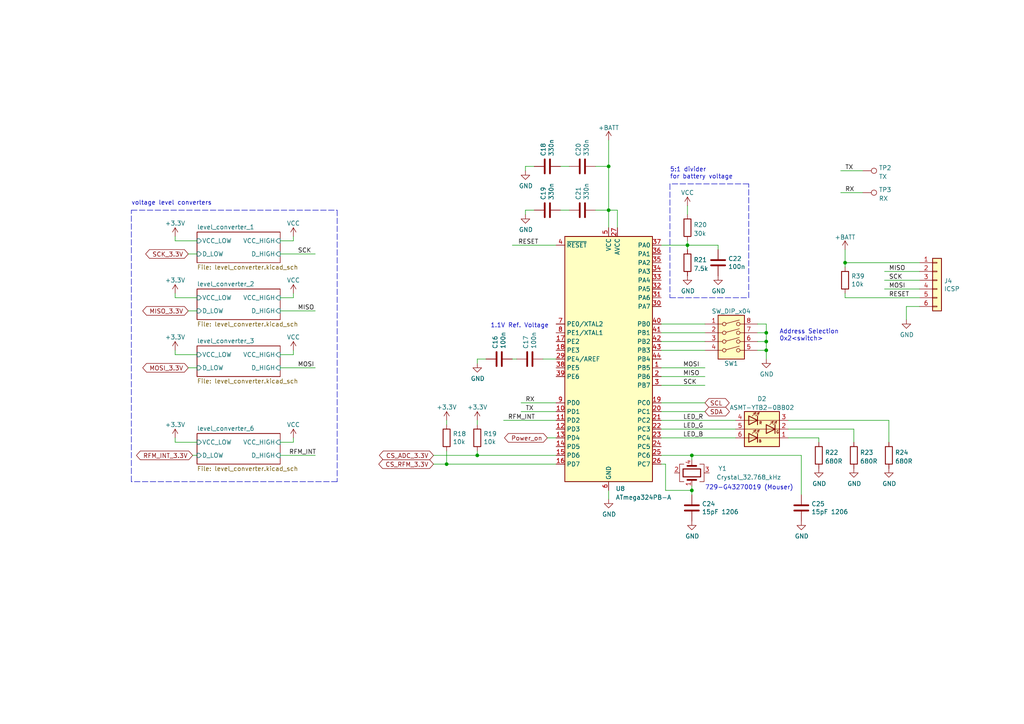
<source format=kicad_sch>
(kicad_sch (version 20211123) (generator eeschema)
  (paper "A4")
  (lib_symbols
    (symbol "Connector:TestPoint" (pin_numbers hide) (pin_names (offset 0.762) hide)
      (property "Reference" "TP" (at 0 6.858 0))
      (property "Value" "TestPoint" (at 0 5.08 0))
      (symbol "TestPoint_0_1"
        (circle (center 0 3.302) (radius 0.762))
      )
      (symbol "TestPoint_1_1"
        (pin passive line (at 0 0 90) (length 2.54) (name "1") (number "1"))
      )
    )
    (symbol "Connector_Generic:Conn_01x06" (pin_names (offset 1.016) hide)
      (property "Reference" "J" (at 0 7.62 0))
      (property "Value" "Conn_01x06" (at 0 -10.16 0))
      (symbol "Conn_01x06_1_1"
        (rectangle (start -1.27 -7.493) (end 0 -7.747) (stroke (width 0.1524)))
        (rectangle (start -1.27 -4.953) (end 0 -5.207) (stroke (width 0.1524)))
        (rectangle (start -1.27 -2.413) (end 0 -2.667) (stroke (width 0.1524)))
        (rectangle (start -1.27 0.127) (end 0 -0.127) (stroke (width 0.1524)))
        (rectangle (start -1.27 2.667) (end 0 2.413) (stroke (width 0.1524)))
        (rectangle (start -1.27 5.207) (end 0 4.953) (stroke (width 0.1524)))
        (rectangle (start -1.27 6.35) (end 1.27 -8.89) (stroke (width 0.254)) (fill (type background)))
        (pin passive line (at -5.08 5.08 0) (length 3.81) (name "Pin_1") (number "1"))
        (pin passive line (at -5.08 2.54 0) (length 3.81) (name "Pin_2") (number "2"))
        (pin passive line (at -5.08 0 0) (length 3.81) (name "Pin_3") (number "3"))
        (pin passive line (at -5.08 -2.54 0) (length 3.81) (name "Pin_4") (number "4"))
        (pin passive line (at -5.08 -5.08 0) (length 3.81) (name "Pin_5") (number "5"))
        (pin passive line (at -5.08 -7.62 0) (length 3.81) (name "Pin_6") (number "6"))
      )
    )
    (symbol "Device:C" (pin_numbers hide) (pin_names (offset 0.254))
      (property "Reference" "C" (at 0.635 2.54 0))
      (property "Value" "C" (at 0.635 -2.54 0))
      (symbol "C_0_1"
        (polyline (pts (xy -2.032 -0.762) (xy 2.032 -0.762)) (stroke (width 0.508)))
        (polyline (pts (xy -2.032 0.762) (xy 2.032 0.762)) (stroke (width 0.508)))
      )
      (symbol "C_1_1"
        (pin passive line (at 0 3.81 270) (length 2.794) (name "~") (number "1"))
        (pin passive line (at 0 -3.81 90) (length 2.794) (name "~") (number "2"))
      )
    )
    (symbol "Device:Crystal_GND23" (pin_names (offset 1.016) hide)
      (property "Reference" "Y" (at 3.175 5.08 0))
      (property "Value" "Crystal_GND23" (at 3.175 3.175 0))
      (symbol "Crystal_GND23_0_1"
        (rectangle (start -1.143 2.54) (end 1.143 -2.54) (stroke (width 0.3048)))
        (polyline (pts (xy -2.54 0) (xy -2.032 0)))
        (polyline (pts (xy -2.032 -1.27) (xy -2.032 1.27)) (stroke (width 0.508)))
        (polyline (pts (xy 0 -3.81) (xy 0 -3.556)))
        (polyline (pts (xy 0 3.556) (xy 0 3.81)))
        (polyline (pts (xy 2.032 -1.27) (xy 2.032 1.27)) (stroke (width 0.508)))
        (polyline (pts (xy 2.032 0) (xy 2.54 0)))
        (polyline (pts (xy -2.54 -2.286) (xy -2.54 -3.556) (xy 2.54 -3.556) (xy 2.54 -2.286)))
        (polyline (pts (xy -2.54 2.286) (xy -2.54 3.556) (xy 2.54 3.556) (xy 2.54 2.286)))
      )
      (symbol "Crystal_GND23_1_1"
        (pin passive line (at -3.81 0 0) (length 1.27) (name "1") (number "1"))
        (pin passive line (at 0 5.08 270) (length 1.27) (name "2") (number "2"))
        (pin passive line (at 0 -5.08 90) (length 1.27) (name "3") (number "3"))
        (pin passive line (at 3.81 0 180) (length 1.27) (name "4") (number "4"))
      )
    )
    (symbol "Device:R" (pin_numbers hide) (pin_names (offset 0))
      (property "Reference" "R" (at 2.032 0 90))
      (property "Value" "R" (at 0 0 90))
      (symbol "R_0_1"
        (rectangle (start -1.016 -2.54) (end 1.016 2.54) (stroke (width 0.254)))
      )
      (symbol "R_1_1"
        (pin passive line (at 0 3.81 270) (length 1.27) (name "~") (number "1"))
        (pin passive line (at 0 -3.81 90) (length 1.27) (name "~") (number "2"))
      )
    )
    (symbol "LED:ASMT-YTB7-0AA02" (pin_names hide)
      (property "Reference" "D" (at -5.08 6.35 0))
      (property "Value" "ASMT-YTB7-0AA02" (at -5.08 -6.35 0))
      (symbol "ASMT-YTB7-0AA02_0_0"
        (text "B" (at -0.508 -3.4544 0) (effects (font (size 0.762 0.762))))
        (text "G" (at 4.5466 -0.8382 0) (effects (font (size 0.762 0.762))))
        (text "R" (at -0.381 1.8034 0) (effects (font (size 0.762 0.762))))
      )
      (symbol "ASMT-YTB7-0AA02_0_1"
        (rectangle (start -5.08 5.08) (end 5.08 -5.08) (stroke (width 0.254)) (fill (type background)))
        (polyline (pts (xy -5.08 -2.54) (xy 5.08 -2.54)))
        (polyline (pts (xy -5.08 0) (xy 5.08 0)))
        (polyline (pts (xy -5.08 2.54) (xy 5.08 2.54)))
        (polyline (pts (xy -2.794 -1.27) (xy -1.778 -0.254)))
        (polyline (pts (xy -2.794 3.81) (xy -1.778 4.826)))
        (polyline (pts (xy -1.778 -1.27) (xy -0.762 -0.254)))
        (polyline (pts (xy -1.778 3.81) (xy -0.762 4.826)))
        (polyline (pts (xy -1.27 -1.27) (xy -1.27 -3.81)) (stroke (width 0.254)))
        (polyline (pts (xy -1.27 3.81) (xy -1.27 1.27)) (stroke (width 0.254)))
        (polyline (pts (xy 2.286 1.27) (xy 3.302 2.286)))
        (polyline (pts (xy 3.302 1.27) (xy 4.318 2.286)))
        (polyline (pts (xy 3.81 1.27) (xy 3.81 -1.27)) (stroke (width 0.254)))
        (polyline (pts (xy -2.54 4.572) (xy -1.778 4.826) (xy -2.032 4.064)))
        (polyline (pts (xy -2.032 -1.016) (xy -1.778 -0.254) (xy -2.54 -0.508)))
        (polyline (pts (xy -1.524 -0.508) (xy -0.762 -0.254) (xy -1.016 -1.016)))
        (polyline (pts (xy -1.524 4.572) (xy -0.762 4.826) (xy -1.016 4.064)))
        (polyline (pts (xy 3.048 1.524) (xy 3.302 2.286) (xy 2.54 2.032)))
        (polyline (pts (xy 3.556 2.032) (xy 4.318 2.286) (xy 4.064 1.524)))
        (polyline (pts (xy -3.81 -1.27) (xy -3.81 -3.81) (xy -1.27 -2.54) (xy -3.81 -1.27)) (stroke (width 0.254)))
        (polyline (pts (xy -3.81 3.81) (xy -3.81 1.27) (xy -1.27 2.54) (xy -3.81 3.81)) (stroke (width 0.254)))
        (polyline (pts (xy 1.27 1.27) (xy 1.27 -1.27) (xy 3.81 0) (xy 1.27 1.27)) (stroke (width 0.254)))
      )
      (symbol "ASMT-YTB7-0AA02_1_1"
        (pin passive line (at 7.62 -2.54 180) (length 2.54) (name "KB") (number "1"))
        (pin passive line (at 7.62 0 180) (length 2.54) (name "KG") (number "2"))
        (pin passive line (at 7.62 2.54 180) (length 2.54) (name "KR") (number "3"))
        (pin passive line (at -7.62 2.54 0) (length 2.54) (name "AR") (number "4"))
        (pin passive line (at -7.62 0 0) (length 2.54) (name "AG") (number "5"))
        (pin passive line (at -7.62 -2.54 0) (length 2.54) (name "AB") (number "6"))
      )
    )
    (symbol "MCU_Microchip_ATmega:ATmega324PB-A"
      (property "Reference" "U" (at -12.7 36.83 0))
      (property "Value" "ATmega324PB-A" (at 2.54 -36.83 0))
      (symbol "ATmega324PB-A_0_1"
        (rectangle (start -12.7 -35.56) (end 12.7 35.56) (stroke (width 0.254)) (fill (type background)))
      )
      (symbol "ATmega324PB-A_1_1"
        (pin bidirectional line (at 15.24 -2.54 180) (length 2.54) (name "PB5") (number "1"))
        (pin bidirectional line (at -15.24 -15.24 0) (length 2.54) (name "PD1") (number "10"))
        (pin bidirectional line (at -15.24 -17.78 0) (length 2.54) (name "PD2") (number "11"))
        (pin bidirectional line (at -15.24 -20.32 0) (length 2.54) (name "PD3") (number "12"))
        (pin bidirectional line (at -15.24 -22.86 0) (length 2.54) (name "PD4") (number "13"))
        (pin bidirectional line (at -15.24 -25.4 0) (length 2.54) (name "PD5") (number "14"))
        (pin bidirectional line (at -15.24 -27.94 0) (length 2.54) (name "PD6") (number "15"))
        (pin bidirectional line (at -15.24 -30.48 0) (length 2.54) (name "PD7") (number "16"))
        (pin bidirectional line (at -15.24 5.08 0) (length 2.54) (name "PE2") (number "17"))
        (pin bidirectional line (at -15.24 2.54 0) (length 2.54) (name "PE3") (number "18"))
        (pin bidirectional line (at 15.24 -12.7 180) (length 2.54) (name "PC0") (number "19"))
        (pin bidirectional line (at 15.24 -5.08 180) (length 2.54) (name "PB6") (number "2"))
        (pin bidirectional line (at 15.24 -15.24 180) (length 2.54) (name "PC1") (number "20"))
        (pin bidirectional line (at 15.24 -17.78 180) (length 2.54) (name "PC2") (number "21"))
        (pin bidirectional line (at 15.24 -20.32 180) (length 2.54) (name "PC3") (number "22"))
        (pin bidirectional line (at 15.24 -22.86 180) (length 2.54) (name "PC4") (number "23"))
        (pin bidirectional line (at 15.24 -25.4 180) (length 2.54) (name "PC5") (number "24"))
        (pin bidirectional line (at 15.24 -27.94 180) (length 2.54) (name "PC6") (number "25"))
        (pin bidirectional line (at 15.24 -30.48 180) (length 2.54) (name "PC7") (number "26"))
        (pin power_in line (at 2.54 38.1 270) (length 2.54) (name "AVCC") (number "27"))
        (pin passive line (at 0 -38.1 90) (length 2.54) hide (name "GND") (number "28"))
        (pin bidirectional line (at -15.24 0 0) (length 2.54) (name "PE4/AREF") (number "29"))
        (pin bidirectional line (at 15.24 -7.62 180) (length 2.54) (name "PB7") (number "3"))
        (pin bidirectional line (at 15.24 15.24 180) (length 2.54) (name "PA7") (number "30"))
        (pin bidirectional line (at 15.24 17.78 180) (length 2.54) (name "PA6") (number "31"))
        (pin bidirectional line (at 15.24 20.32 180) (length 2.54) (name "PA5") (number "32"))
        (pin bidirectional line (at 15.24 22.86 180) (length 2.54) (name "PA4") (number "33"))
        (pin bidirectional line (at 15.24 25.4 180) (length 2.54) (name "PA3") (number "34"))
        (pin bidirectional line (at 15.24 27.94 180) (length 2.54) (name "PA2") (number "35"))
        (pin bidirectional line (at 15.24 30.48 180) (length 2.54) (name "PA1") (number "36"))
        (pin bidirectional line (at 15.24 33.02 180) (length 2.54) (name "PA0") (number "37"))
        (pin bidirectional line (at -15.24 -2.54 0) (length 2.54) (name "PE5") (number "38"))
        (pin bidirectional line (at -15.24 -5.08 0) (length 2.54) (name "PE6") (number "39"))
        (pin input line (at -15.24 33.02 0) (length 2.54) (name "~{RESET}") (number "4"))
        (pin bidirectional line (at 15.24 10.16 180) (length 2.54) (name "PB0") (number "40"))
        (pin bidirectional line (at 15.24 7.62 180) (length 2.54) (name "PB1") (number "41"))
        (pin bidirectional line (at 15.24 5.08 180) (length 2.54) (name "PB2") (number "42"))
        (pin bidirectional line (at 15.24 2.54 180) (length 2.54) (name "PB3") (number "43"))
        (pin bidirectional line (at 15.24 0 180) (length 2.54) (name "PB4") (number "44"))
        (pin power_in line (at 0 38.1 270) (length 2.54) (name "VCC") (number "5"))
        (pin power_in line (at 0 -38.1 90) (length 2.54) (name "GND") (number "6"))
        (pin bidirectional line (at -15.24 10.16 0) (length 2.54) (name "PE0/XTAL2") (number "7"))
        (pin bidirectional line (at -15.24 7.62 0) (length 2.54) (name "PE1/XTAL1") (number "8"))
        (pin bidirectional line (at -15.24 -12.7 0) (length 2.54) (name "PD0") (number "9"))
      )
    )
    (symbol "Switch:SW_DIP_x04" (pin_names (offset 0) hide)
      (property "Reference" "SW" (at 0 8.89 0))
      (property "Value" "SW_DIP_x04" (at 0 -6.35 0))
      (symbol "SW_DIP_x04_0_0"
        (circle (center -2.032 -2.54) (radius 0.508))
        (circle (center -2.032 0) (radius 0.508))
        (circle (center -2.032 2.54) (radius 0.508))
        (circle (center -2.032 5.08) (radius 0.508))
        (polyline (pts (xy -1.524 -2.3876) (xy 2.3622 -1.3462)))
        (polyline (pts (xy -1.524 0.127) (xy 2.3622 1.1684)))
        (polyline (pts (xy -1.524 2.667) (xy 2.3622 3.7084)))
        (polyline (pts (xy -1.524 5.207) (xy 2.3622 6.2484)))
        (circle (center 2.032 -2.54) (radius 0.508))
        (circle (center 2.032 0) (radius 0.508))
        (circle (center 2.032 2.54) (radius 0.508))
        (circle (center 2.032 5.08) (radius 0.508))
      )
      (symbol "SW_DIP_x04_0_1"
        (rectangle (start -3.81 7.62) (end 3.81 -5.08) (stroke (width 0.254)) (fill (type background)))
      )
      (symbol "SW_DIP_x04_1_1"
        (pin passive line (at -7.62 5.08 0) (length 5.08) (name "~") (number "1"))
        (pin passive line (at -7.62 2.54 0) (length 5.08) (name "~") (number "2"))
        (pin passive line (at -7.62 0 0) (length 5.08) (name "~") (number "3"))
        (pin passive line (at -7.62 -2.54 0) (length 5.08) (name "~") (number "4"))
        (pin passive line (at 7.62 -2.54 180) (length 5.08) (name "~") (number "5"))
        (pin passive line (at 7.62 0 180) (length 5.08) (name "~") (number "6"))
        (pin passive line (at 7.62 2.54 180) (length 5.08) (name "~") (number "7"))
        (pin passive line (at 7.62 5.08 180) (length 5.08) (name "~") (number "8"))
      )
    )
    (symbol "power:+3.3V" (power) (pin_names (offset 0))
      (property "Value" "+3.3V" (at 0 3.556 0))
      (symbol "+3.3V_0_1"
        (polyline (pts (xy -0.762 1.27) (xy 0 2.54)))
        (polyline (pts (xy 0 0) (xy 0 2.54)))
        (polyline (pts (xy 0 2.54) (xy 0.762 1.27)))
      )
      (symbol "+3.3V_1_1"
        (pin power_in line (at 0 0 90) (length 0) hide (name "+3.3V") (number "1"))
      )
    )
    (symbol "power:+BATT" (power) (pin_names (offset 0))
      (property "Value" "+BATT" (at 0 3.556 0))
      (symbol "+BATT_0_1"
        (polyline (pts (xy -0.762 1.27) (xy 0 2.54)))
        (polyline (pts (xy 0 0) (xy 0 2.54)))
        (polyline (pts (xy 0 2.54) (xy 0.762 1.27)))
      )
      (symbol "+BATT_1_1"
        (pin power_in line (at 0 0 90) (length 0) hide (name "+BATT") (number "1"))
      )
    )
    (symbol "power:GND" (power) (pin_names (offset 0))
      (property "Value" "GND" (at 0 -3.81 0))
      (symbol "GND_0_1"
        (polyline (pts (xy 0 0) (xy 0 -1.27) (xy 1.27 -1.27) (xy 0 -2.54) (xy -1.27 -1.27) (xy 0 -1.27)))
      )
      (symbol "GND_1_1"
        (pin power_in line (at 0 0 270) (length 0) hide (name "GND") (number "1"))
      )
    )
    (symbol "power:VCC" (power) (pin_names (offset 0))
      (property "Value" "VCC" (at 0 3.81 0))
      (symbol "VCC_0_1"
        (polyline (pts (xy -0.762 1.27) (xy 0 2.54)))
        (polyline (pts (xy 0 0) (xy 0 2.54)))
        (polyline (pts (xy 0 2.54) (xy 0.762 1.27)))
      )
      (symbol "VCC_1_1"
        (pin power_in line (at 0 0 90) (length 0) hide (name "VCC") (number "1"))
      )
    )
  )
  (junction (at 222.25 96.52))
  (junction (at 199.39 71.12))
  (junction (at 222.25 101.6))
  (junction (at 200.66 142.24))
  (junction (at 138.43 132.08))
  (junction (at 245.11 76.2))
  (junction (at 176.53 60.96))
  (junction (at 176.53 48.26))
  (junction (at 200.66 132.08))
  (junction (at 222.25 99.06))
  (junction (at 129.54 134.62))
  (wire (pts (xy 125.73 132.08) (xy 138.43 132.08)))
  (polyline (pts (xy 194.31 86.36) (xy 217.17 86.36)))
  (wire (pts (xy 191.77 119.38) (xy 204.47 119.38)))
  (wire (pts (xy 222.25 96.52) (xy 222.25 99.06)))
  (wire (pts (xy 172.72 60.96) (xy 176.53 60.96)))
  (wire (pts (xy 172.72 48.26) (xy 176.53 48.26)))
  (wire (pts (xy 81.28 69.85) (xy 85.09 69.85)))
  (wire (pts (xy 148.59 104.14) (xy 149.86 104.14)))
  (wire (pts (xy 256.54 81.28) (xy 266.7 81.28)))
  (wire (pts (xy 152.4 62.23) (xy 152.4 60.96)))
  (wire (pts (xy 81.28 128.27) (xy 85.09 128.27)))
  (wire (pts (xy 81.28 132.08) (xy 91.44 132.08)))
  (wire (pts (xy 243.84 49.53) (xy 250.19 49.53)))
  (wire (pts (xy 81.28 102.87) (xy 85.09 102.87)))
  (wire (pts (xy 219.71 101.6) (xy 222.25 101.6)))
  (wire (pts (xy 191.77 71.12) (xy 199.39 71.12)))
  (wire (pts (xy 204.47 106.68) (xy 191.77 106.68)))
  (wire (pts (xy 199.39 71.12) (xy 199.39 72.39)))
  (wire (pts (xy 191.77 99.06) (xy 204.47 99.06)))
  (wire (pts (xy 176.53 40.64) (xy 176.53 48.26)))
  (polyline (pts (xy 38.1 139.7) (xy 38.1 60.96)))
  (wire (pts (xy 151.13 119.38) (xy 161.29 119.38)))
  (wire (pts (xy 228.6 124.46) (xy 247.65 124.46)))
  (wire (pts (xy 266.7 88.9) (xy 262.89 88.9)))
  (wire (pts (xy 245.11 77.47) (xy 245.11 76.2)))
  (wire (pts (xy 85.09 69.85) (xy 85.09 68.58)))
  (wire (pts (xy 138.43 105.41) (xy 138.43 104.14)))
  (wire (pts (xy 152.4 48.26) (xy 154.94 48.26)))
  (wire (pts (xy 176.53 48.26) (xy 176.53 60.96)))
  (wire (pts (xy 222.25 101.6) (xy 222.25 104.14)))
  (wire (pts (xy 193.04 134.62) (xy 193.04 142.24)))
  (wire (pts (xy 262.89 88.9) (xy 262.89 92.71)))
  (wire (pts (xy 222.25 99.06) (xy 222.25 101.6)))
  (polyline (pts (xy 194.31 53.34) (xy 194.31 86.36)))
  (wire (pts (xy 138.43 121.92) (xy 138.43 123.19)))
  (wire (pts (xy 191.77 134.62) (xy 193.04 134.62)))
  (wire (pts (xy 200.66 133.35) (xy 200.66 132.08)))
  (wire (pts (xy 191.77 127) (xy 213.36 127)))
  (wire (pts (xy 191.77 109.22) (xy 204.47 109.22)))
  (wire (pts (xy 208.28 71.12) (xy 208.28 72.39)))
  (wire (pts (xy 179.07 66.04) (xy 179.07 60.96)))
  (wire (pts (xy 157.48 104.14) (xy 161.29 104.14)))
  (wire (pts (xy 161.29 71.12) (xy 148.59 71.12)))
  (wire (pts (xy 129.54 134.62) (xy 161.29 134.62)))
  (wire (pts (xy 158.75 127) (xy 161.29 127)))
  (wire (pts (xy 138.43 130.81) (xy 138.43 132.08)))
  (wire (pts (xy 200.66 142.24) (xy 200.66 140.97)))
  (wire (pts (xy 191.77 101.6) (xy 204.47 101.6)))
  (wire (pts (xy 245.11 76.2) (xy 266.7 76.2)))
  (wire (pts (xy 176.53 60.96) (xy 179.07 60.96)))
  (wire (pts (xy 54.61 106.68) (xy 57.15 106.68)))
  (wire (pts (xy 200.66 132.08) (xy 191.77 132.08)))
  (wire (pts (xy 85.09 86.36) (xy 85.09 85.09)))
  (wire (pts (xy 176.53 60.96) (xy 176.53 66.04)))
  (wire (pts (xy 162.56 60.96) (xy 165.1 60.96)))
  (wire (pts (xy 191.77 93.98) (xy 204.47 93.98)))
  (wire (pts (xy 55.88 132.08) (xy 57.15 132.08)))
  (wire (pts (xy 138.43 104.14) (xy 140.97 104.14)))
  (wire (pts (xy 50.8 102.87) (xy 50.8 101.6)))
  (wire (pts (xy 256.54 78.74) (xy 266.7 78.74)))
  (wire (pts (xy 191.77 116.84) (xy 204.47 116.84)))
  (wire (pts (xy 247.65 124.46) (xy 247.65 128.27)))
  (wire (pts (xy 228.6 121.92) (xy 257.81 121.92)))
  (wire (pts (xy 219.71 93.98) (xy 222.25 93.98)))
  (wire (pts (xy 191.77 121.92) (xy 213.36 121.92)))
  (wire (pts (xy 152.4 60.96) (xy 154.94 60.96)))
  (wire (pts (xy 176.53 142.24) (xy 176.53 144.78)))
  (wire (pts (xy 162.56 48.26) (xy 165.1 48.26)))
  (wire (pts (xy 219.71 96.52) (xy 222.25 96.52)))
  (wire (pts (xy 193.04 142.24) (xy 200.66 142.24)))
  (wire (pts (xy 191.77 124.46) (xy 213.36 124.46)))
  (polyline (pts (xy 97.79 139.7) (xy 38.1 139.7)))
  (wire (pts (xy 257.81 121.92) (xy 257.81 128.27)))
  (wire (pts (xy 138.43 132.08) (xy 161.29 132.08)))
  (wire (pts (xy 199.39 71.12) (xy 208.28 71.12)))
  (wire (pts (xy 243.84 55.88) (xy 250.19 55.88)))
  (wire (pts (xy 204.47 111.76) (xy 191.77 111.76)))
  (wire (pts (xy 81.28 86.36) (xy 85.09 86.36)))
  (wire (pts (xy 228.6 127) (xy 237.49 127)))
  (wire (pts (xy 191.77 96.52) (xy 204.47 96.52)))
  (polyline (pts (xy 217.17 86.36) (xy 217.17 53.34)))
  (wire (pts (xy 256.54 83.82) (xy 266.7 83.82)))
  (wire (pts (xy 50.8 128.27) (xy 50.8 127)))
  (wire (pts (xy 219.71 99.06) (xy 222.25 99.06)))
  (wire (pts (xy 57.15 128.27) (xy 50.8 128.27)))
  (wire (pts (xy 85.09 128.27) (xy 85.09 127)))
  (wire (pts (xy 54.61 73.66) (xy 57.15 73.66)))
  (wire (pts (xy 245.11 85.09) (xy 245.11 86.36)))
  (wire (pts (xy 152.4 49.53) (xy 152.4 48.26)))
  (polyline (pts (xy 97.79 60.96) (xy 97.79 139.7)))
  (wire (pts (xy 245.11 86.36) (xy 266.7 86.36)))
  (wire (pts (xy 200.66 142.24) (xy 200.66 143.51)))
  (polyline (pts (xy 217.17 53.34) (xy 194.31 53.34)))
  (wire (pts (xy 222.25 93.98) (xy 222.25 96.52)))
  (wire (pts (xy 199.39 59.69) (xy 199.39 62.23)))
  (wire (pts (xy 237.49 127) (xy 237.49 128.27)))
  (wire (pts (xy 54.61 90.17) (xy 57.15 90.17)))
  (wire (pts (xy 81.28 90.17) (xy 91.44 90.17)))
  (wire (pts (xy 129.54 130.81) (xy 129.54 134.62)))
  (wire (pts (xy 232.41 132.08) (xy 232.41 143.51)))
  (wire (pts (xy 57.15 102.87) (xy 50.8 102.87)))
  (wire (pts (xy 199.39 69.85) (xy 199.39 71.12)))
  (wire (pts (xy 50.8 86.36) (xy 50.8 85.09)))
  (wire (pts (xy 129.54 121.92) (xy 129.54 123.19)))
  (wire (pts (xy 57.15 69.85) (xy 50.8 69.85)))
  (wire (pts (xy 151.13 116.84) (xy 161.29 116.84)))
  (wire (pts (xy 200.66 132.08) (xy 232.41 132.08)))
  (wire (pts (xy 125.73 134.62) (xy 129.54 134.62)))
  (wire (pts (xy 81.28 106.68) (xy 91.44 106.68)))
  (wire (pts (xy 50.8 69.85) (xy 50.8 68.58)))
  (wire (pts (xy 85.09 102.87) (xy 85.09 101.6)))
  (wire (pts (xy 245.11 72.39) (xy 245.11 76.2)))
  (wire (pts (xy 146.05 121.92) (xy 161.29 121.92)))
  (wire (pts (xy 57.15 86.36) (xy 50.8 86.36)))
  (wire (pts (xy 81.28 73.66) (xy 91.44 73.66)))
  (polyline (pts (xy 38.1 60.96) (xy 97.79 60.96)))
  (text "voltage level converters" (at 38.1 59.69 0) (effects (font (size 1.27 1.27)) (justify left bottom)))
  (text "5:1 divider\nfor battery voltage" (at 194.31 52.07 0) (effects (font (size 1.27 1.27)) (justify left bottom)))
  (text "Address Selection\n0x2<switch>" (at 226.06 99.06 0) (effects (font (size 1.27 1.27)) (justify left bottom)))
  (text "1.1V Ref. Voltage" (at 142.24 95.25 0) (effects (font (size 1.27 1.27)) (justify left bottom)))
  (text "729-G43270019 (Mouser)" (at 204.47 142.24 0) (effects (font (size 1.27 1.27)) (justify left bottom)))
  (label "MISO" (at 257.81 78.74 0))
  (label "MOSI" (at 257.81 83.82 0))
  (label "SCK" (at 257.81 81.28 0))
  (label "RFM_INT" (at 147.32 121.92 0))
  (label "LED_B" (at 198.12 127 0))
  (label "MOSI" (at 198.12 106.68 0))
  (label "RESET" (at 257.81 86.36 0))
  (label "SCK" (at 86.36 73.66 0))
  (label "MISO" (at 86.36 90.17 0))
  (label "RFM_INT" (at 83.82 132.08 0))
  (label "MISO" (at 198.12 109.22 0))
  (label "RESET" (at 156.21 71.12 180))
  (label "RX" (at 245.11 55.88 0))
  (label "LED_R" (at 198.12 121.92 0))
  (label "SCK" (at 198.12 111.76 0))
  (label "TX" (at 152.4 119.38 0))
  (label "TX" (at 245.11 49.53 0))
  (label "MOSI" (at 86.36 106.68 0))
  (label "LED_G" (at 198.12 124.46 0))
  (label "RX" (at 152.4 116.84 0))
  (global_label "Power_on" (shape bidirectional) (at 158.75 127 180) (property "Intersheet References" "${INTERSHEET_REFS}" (effects hide)))
  (global_label "SCK_3.3V" (shape bidirectional) (at 54.61 73.66 180) (property "Intersheet References" "${INTERSHEET_REFS}" (effects hide)))
  (global_label "MISO_3.3V" (shape bidirectional) (at 54.61 90.17 180) (property "Intersheet References" "${INTERSHEET_REFS}" (effects hide)))
  (global_label "MOSI_3.3V" (shape bidirectional) (at 54.61 106.68 180) (property "Intersheet References" "${INTERSHEET_REFS}" (effects hide)))
  (global_label "SDA" (shape bidirectional) (at 204.47 119.38 0) (property "Intersheet References" "${INTERSHEET_REFS}" (effects hide)))
  (global_label "RFM_INT_3.3V" (shape bidirectional) (at 55.88 132.08 180) (property "Intersheet References" "${INTERSHEET_REFS}" (effects hide)))
  (global_label "CS_ADC_3.3V" (shape bidirectional) (at 125.73 132.08 180) (property "Intersheet References" "${INTERSHEET_REFS}" (effects hide)))
  (global_label "CS_RFM_3.3V" (shape bidirectional) (at 125.73 134.62 180) (property "Intersheet References" "${INTERSHEET_REFS}" (effects hide)))
  (global_label "SCL" (shape bidirectional) (at 204.47 116.84 0) (property "Intersheet References" "${INTERSHEET_REFS}" (effects hide)))
  (symbol (lib_id "Device:R") (at 247.65 132.08 0) (unit 1)
    (property "Reference" "R23" (at 249.428 131.2453 0) (effects (justify left)))
    (property "Value" "680R" (at 249.428 133.7822 0) (effects (justify left)))
    (property "Footprint" "Resistor_SMD:R_0805_2012Metric_Pad1.20x1.40mm_HandSolder" (effects hide))
  )
  (symbol (lib_id "power:VCC") (at 85.09 68.58 0) (unit 1)
    (property "Reference" "#PWR056" (effects hide))
    (property "Value" "VCC" (at 85.09 64.77 0))
  )
  (symbol (lib_id "Device:C") (at 144.78 104.14 90) (unit 1)
    (property "Reference" "C16" (at 143.6116 101.219 0) (effects (justify left)))
    (property "Value" "100n" (at 145.923 101.219 0) (effects (justify left)))
    (property "Footprint" "Capacitor_SMD:C_0805_2012Metric_Pad1.18x1.45mm_HandSolder" (effects hide))
  )
  (symbol (lib_id "Connector:TestPoint") (at 250.19 55.88 270) (unit 1)
    (property "Reference" "TP3" (at 254.889 55.0453 90) (effects (justify left)))
    (property "Value" "RX" (at 254.889 57.5822 90) (effects (justify left)))
    (property "Footprint" "TestPoint:TestPoint_Pad_1.5x1.5mm" (effects hide))
  )
  (symbol (lib_id "Device:C") (at 158.75 48.26 90) (unit 1)
    (property "Reference" "C18" (at 157.5816 45.339 0) (effects (justify left)))
    (property "Value" "330n" (at 159.893 45.339 0) (effects (justify left)))
    (property "Footprint" "Capacitor_SMD:C_0805_2012Metric_Pad1.18x1.45mm_HandSolder" (effects hide))
  )
  (symbol (lib_id "Device:R") (at 257.81 132.08 0) (unit 1)
    (property "Reference" "R24" (at 259.588 131.2453 0) (effects (justify left)))
    (property "Value" "680R" (at 259.588 133.7822 0) (effects (justify left)))
    (property "Footprint" "Resistor_SMD:R_0805_2012Metric_Pad1.20x1.40mm_HandSolder" (effects hide))
  )
  (symbol (lib_id "Device:C") (at 168.91 60.96 90) (unit 1)
    (property "Reference" "C21" (at 167.7416 58.039 0) (effects (justify left)))
    (property "Value" "330n" (at 170.053 58.039 0) (effects (justify left)))
    (property "Footprint" "Capacitor_SMD:C_0805_2012Metric_Pad1.18x1.45mm_HandSolder" (effects hide))
  )
  (symbol (lib_id "Device:R") (at 199.39 66.04 0) (unit 1)
    (property "Reference" "R20" (at 201.168 65.2053 0) (effects (justify left)))
    (property "Value" "30k" (at 201.168 67.7422 0) (effects (justify left)))
    (property "Footprint" "Resistor_SMD:R_0805_2012Metric_Pad1.20x1.40mm_HandSolder" (effects hide))
  )
  (symbol (lib_id "power:GND") (at 176.53 144.78 0) (unit 1)
    (property "Reference" "#PWR066" (effects hide))
    (property "Value" "GND" (at 176.657 149.1742 0))
  )
  (symbol (lib_id "power:+3.3V") (at 50.8 127 0) (unit 1)
    (property "Reference" "#PWR055" (effects hide))
    (property "Value" "+3.3V" (at 50.8 123.19 0))
  )
  (symbol (lib_id "Device:R") (at 245.11 81.28 0) (unit 1)
    (property "Reference" "R39" (at 246.888 80.1116 0) (effects (justify left)))
    (property "Value" "10k" (at 246.888 82.423 0) (effects (justify left)))
    (property "Footprint" "Resistor_SMD:R_0805_2012Metric_Pad1.20x1.40mm_HandSolder" (effects hide))
  )
  (symbol (lib_id "power:+3.3V") (at 129.54 121.92 0) (unit 1)
    (property "Reference" "#PWR060" (effects hide))
    (property "Value" "+3.3V" (at 129.54 118.11 0))
  )
  (symbol (lib_id "power:GND") (at 152.4 62.23 0) (unit 1)
    (property "Reference" "#PWR064" (effects hide))
    (property "Value" "GND" (at 152.527 66.6242 0))
  )
  (symbol (lib_id "Device:C") (at 158.75 60.96 90) (unit 1)
    (property "Reference" "C19" (at 157.5816 58.039 0) (effects (justify left)))
    (property "Value" "330n" (at 159.893 58.039 0) (effects (justify left)))
    (property "Footprint" "Capacitor_SMD:C_0805_2012Metric_Pad1.18x1.45mm_HandSolder" (effects hide))
  )
  (symbol (lib_id "power:VCC") (at 199.39 59.69 0) (unit 1)
    (property "Reference" "#PWR067" (effects hide))
    (property "Value" "VCC" (at 199.39 55.88 0))
  )
  (symbol (lib_id "power:GND") (at 200.66 151.13 0) (unit 1)
    (property "Reference" "#PWR03" (effects hide))
    (property "Value" "GND" (at 200.787 155.5242 0))
  )
  (symbol (lib_id "LED:ASMT-YTB7-0AA02") (at 220.98 124.46 0) (unit 1)
    (property "Reference" "D2" (at 220.98 115.6802 0))
    (property "Value" "ASMT-YTB2-0BB02" (at 220.98 118.2171 0))
    (property "Footprint" "LED_SMD:LED_Avago_PLCC6_3x2.8mm" (effects hide))
    (property "Datasheet" "https://docs.broadcom.com/docs/AV02-3793EN" (effects hide))
  )
  (symbol (lib_id "power:VCC") (at 85.09 101.6 0) (unit 1)
    (property "Reference" "#PWR058" (effects hide))
    (property "Value" "VCC" (at 85.09 97.79 0))
  )
  (symbol (lib_id "power:+3.3V") (at 50.8 101.6 0) (unit 1)
    (property "Reference" "#PWR054" (effects hide))
    (property "Value" "+3.3V" (at 50.8 97.79 0))
  )
  (symbol (lib_id "Device:C") (at 168.91 48.26 90) (unit 1)
    (property "Reference" "C20" (at 167.7416 45.339 0) (effects (justify left)))
    (property "Value" "330n" (at 170.053 45.339 0) (effects (justify left)))
    (property "Footprint" "Capacitor_SMD:C_0805_2012Metric_Pad1.18x1.45mm_HandSolder" (effects hide))
  )
  (symbol (lib_id "power:+3.3V") (at 50.8 85.09 0) (unit 1)
    (property "Reference" "#PWR053" (effects hide))
    (property "Value" "+3.3V" (at 50.8 81.28 0))
  )
  (symbol (lib_id "Device:C") (at 208.28 76.2 0) (unit 1)
    (property "Reference" "C22" (at 211.201 75.0316 0) (effects (justify left)))
    (property "Value" "100n" (at 211.201 77.343 0) (effects (justify left)))
    (property "Footprint" "Capacitor_SMD:C_0805_2012Metric_Pad1.18x1.45mm_HandSolder" (effects hide))
  )
  (symbol (lib_id "power:GND") (at 152.4 49.53 0) (unit 1)
    (property "Reference" "#PWR063" (effects hide))
    (property "Value" "GND" (at 152.527 53.9242 0))
  )
  (symbol (lib_id "Device:Crystal_GND23") (at 200.66 137.16 90) (unit 1)
    (property "Reference" "Y1" (at 209.55 135.89 90))
    (property "Value" "Crystal_32.768_kHz" (at 217.17 138.43 90))
    (property "Footprint" "Crystal:Crystal_SMD_SeikoEpson_MC306-4Pin_8.0x3.2mm" (effects hide))
  )
  (symbol (lib_id "power:+BATT") (at 176.53 40.64 0) (unit 1)
    (property "Reference" "#PWR065" (effects hide))
    (property "Value" "+BATT" (at 176.53 37.0642 0))
  )
  (symbol (lib_id "power:+3.3V") (at 50.8 68.58 0) (unit 1)
    (property "Reference" "#PWR052" (effects hide))
    (property "Value" "+3.3V" (at 50.8 64.77 0))
  )
  (symbol (lib_id "Connector:TestPoint") (at 250.19 49.53 270) (unit 1)
    (property "Reference" "TP2" (at 254.889 48.6953 90) (effects (justify left)))
    (property "Value" "TX" (at 254.889 51.2322 90) (effects (justify left)))
    (property "Footprint" "TestPoint:TestPoint_Pad_1.5x1.5mm" (effects hide))
  )
  (symbol (lib_id "power:GND") (at 199.39 80.01 0) (unit 1)
    (property "Reference" "#PWR068" (effects hide))
    (property "Value" "GND" (at 199.517 84.4042 0))
  )
  (symbol (lib_id "Device:C") (at 153.67 104.14 90) (unit 1)
    (property "Reference" "C17" (at 152.5016 101.219 0) (effects (justify left)))
    (property "Value" "100n" (at 154.813 101.219 0) (effects (justify left)))
    (property "Footprint" "Capacitor_SMD:C_0805_2012Metric_Pad1.18x1.45mm_HandSolder" (effects hide))
  )
  (symbol (lib_id "power:GND") (at 257.81 135.89 0) (unit 1)
    (property "Reference" "#PWR073" (effects hide))
    (property "Value" "GND" (at 257.937 140.2842 0))
  )
  (symbol (lib_id "power:GND") (at 262.89 92.71 0) (unit 1)
    (property "Reference" "#PWR075" (effects hide))
    (property "Value" "GND" (at 263.017 97.1042 0))
  )
  (symbol (lib_id "power:GND") (at 222.25 104.14 0) (unit 1)
    (property "Reference" "#PWR070" (effects hide))
    (property "Value" "GND" (at 222.377 108.5342 0))
  )
  (symbol (lib_id "power:GND") (at 247.65 135.89 0) (unit 1)
    (property "Reference" "#PWR072" (effects hide))
    (property "Value" "GND" (at 247.777 140.2842 0))
  )
  (symbol (lib_id "Device:R") (at 138.43 127 180) (unit 1)
    (property "Reference" "R19" (at 140.208 125.8316 0) (effects (justify right)))
    (property "Value" "10k" (at 140.208 128.143 0) (effects (justify right)))
    (property "Footprint" "Resistor_SMD:R_0805_2012Metric_Pad1.20x1.40mm_HandSolder" (effects hide))
  )
  (symbol (lib_id "Device:R") (at 237.49 132.08 0) (unit 1)
    (property "Reference" "R22" (at 239.268 131.2453 0) (effects (justify left)))
    (property "Value" "680R" (at 239.268 133.7822 0) (effects (justify left)))
    (property "Footprint" "Resistor_SMD:R_0805_2012Metric_Pad1.20x1.40mm_HandSolder" (effects hide))
  )
  (symbol (lib_id "Device:R") (at 129.54 127 180) (unit 1)
    (property "Reference" "R18" (at 131.318 125.8316 0) (effects (justify right)))
    (property "Value" "10k" (at 131.318 128.143 0) (effects (justify right)))
    (property "Footprint" "Resistor_SMD:R_0805_2012Metric_Pad1.20x1.40mm_HandSolder" (effects hide))
  )
  (symbol (lib_id "Switch:SW_DIP_x04") (at 212.09 99.06 0) (unit 1)
    (property "Reference" "SW1" (at 212.09 105.41 0))
    (property "Value" "SW_DIP_x04" (at 212.09 90.2771 0))
    (property "Footprint" "Button_Switch_THT:SW_DIP_SPSTx04_Slide_9.78x12.34mm_W7.62mm_P2.54mm" (effects hide))
  )
  (symbol (lib_id "power:GND") (at 232.41 151.13 0) (unit 1)
    (property "Reference" "#PWR076" (effects hide))
    (property "Value" "GND" (at 232.537 155.5242 0))
  )
  (symbol (lib_id "Device:R") (at 199.39 76.2 0) (unit 1)
    (property "Reference" "R21" (at 201.168 75.3653 0) (effects (justify left)))
    (property "Value" "7.5k" (at 201.168 77.9022 0) (effects (justify left)))
    (property "Footprint" "Resistor_SMD:R_0805_2012Metric_Pad1.20x1.40mm_HandSolder" (effects hide))
  )
  (symbol (lib_id "power:VCC") (at 85.09 85.09 0) (unit 1)
    (property "Reference" "#PWR057" (effects hide))
    (property "Value" "VCC" (at 85.09 81.28 0))
  )
  (symbol (lib_id "Device:C") (at 200.66 147.32 0) (unit 1)
    (property "Reference" "C24" (at 203.581 146.1516 0) (effects (justify left)))
    (property "Value" "15pF 1206" (at 203.581 148.463 0) (effects (justify left)))
    (property "Footprint" "Capacitor_SMD:C_1206_3216Metric_Pad1.33x1.80mm_HandSolder" (effects hide))
  )
  (symbol (lib_id "Connector_Generic:Conn_01x06") (at 271.78 81.28 0) (unit 1)
    (property "Reference" "J4" (at 273.812 81.4832 0) (effects (justify left)))
    (property "Value" "ICSP" (at 273.812 83.7946 0) (effects (justify left)))
    (property "Footprint" "Connector_PinHeader_2.54mm:PinHeader_1x06_P2.54mm_Vertical" (effects hide))
  )
  (symbol (lib_id "MCU_Microchip_ATmega:ATmega324PB-A") (at 176.53 104.14 0) (unit 1)
    (property "Reference" "U8" (at 178.5494 141.7304 0) (effects (justify left)))
    (property "Value" "ATmega324PB-A" (at 178.5494 144.2673 0) (effects (justify left)))
    (property "Footprint" "Package_QFP:TQFP-44_10x10mm_P0.8mm" (effects hide))
    (property "Datasheet" "http://ww1.microchip.com/downloads/en/DeviceDoc/40001908A.pdf" (effects hide))
  )
  (symbol (lib_id "power:+3.3V") (at 138.43 121.92 0) (unit 1)
    (property "Reference" "#PWR062" (effects hide))
    (property "Value" "+3.3V" (at 138.43 118.11 0))
  )
  (symbol (lib_id "power:+BATT") (at 245.11 72.39 0) (unit 1)
    (property "Reference" "#PWR074" (effects hide))
    (property "Value" "+BATT" (at 245.11 68.8142 0))
  )
  (symbol (lib_id "Device:C") (at 232.41 147.32 0) (unit 1)
    (property "Reference" "C25" (at 235.331 146.1516 0) (effects (justify left)))
    (property "Value" "15pF 1206" (at 235.331 148.463 0) (effects (justify left)))
    (property "Footprint" "Capacitor_SMD:C_1206_3216Metric_Pad1.33x1.80mm_HandSolder" (effects hide))
  )
  (symbol (lib_id "power:GND") (at 237.49 135.89 0) (unit 1)
    (property "Reference" "#PWR071" (effects hide))
    (property "Value" "GND" (at 237.617 140.2842 0))
  )
  (symbol (lib_id "power:GND") (at 138.43 105.41 0) (unit 1)
    (property "Reference" "#PWR061" (effects hide))
    (property "Value" "GND" (at 138.557 109.8042 0))
  )
  (symbol (lib_id "power:GND") (at 208.28 80.01 0) (unit 1)
    (property "Reference" "#PWR069" (effects hide))
    (property "Value" "GND" (at 208.407 84.4042 0))
  )
  (symbol (lib_id "power:VCC") (at 85.09 127 0) (unit 1)
    (property "Reference" "#PWR059" (effects hide))
    (property "Value" "VCC" (at 85.09 123.19 0))
  )
  (sheet (at 57.15 67.31) (size 24.13 8.89) (stroke (width 0.1524))
    (property "Sheet name" "level_converter_1" (at 57.15 66.5984 0) (effects (justify left bottom)))
    (property "Sheet file" "level_converter.kicad_sch" (at 57.15 76.7846 0) (effects (justify left top)))
    (pin "D_HIGH" input (at 81.28 73.66 0))
    (pin "D_LOW" input (at 57.15 73.66 180))
    (pin "VCC_LOW" input (at 57.15 69.85 180))
    (pin "VCC_HIGH" input (at 81.28 69.85 0))
  )
  (sheet (at 57.15 83.82) (size 24.13 8.89) (stroke (width 0.1524))
    (property "Sheet name" "level_converter_2" (at 57.15 83.1084 0) (effects (justify left bottom)))
    (property "Sheet file" "level_converter.kicad_sch" (at 57.15 93.2946 0) (effects (justify left top)))
    (pin "D_HIGH" input (at 81.28 90.17 0))
    (pin "D_LOW" input (at 57.15 90.17 180))
    (pin "VCC_LOW" input (at 57.15 86.36 180))
    (pin "VCC_HIGH" input (at 81.28 86.36 0))
  )
  (sheet (at 57.15 100.33) (size 24.13 8.89) (stroke (width 0.1524))
    (property "Sheet name" "level_converter_3" (at 57.15 99.6184 0) (effects (justify left bottom)))
    (property "Sheet file" "level_converter.kicad_sch" (at 57.15 109.8046 0) (effects (justify left top)))
    (pin "D_HIGH" input (at 81.28 106.68 0))
    (pin "D_LOW" input (at 57.15 106.68 180))
    (pin "VCC_LOW" input (at 57.15 102.87 180))
    (pin "VCC_HIGH" input (at 81.28 102.87 0))
  )
  (sheet (at 57.15 125.73) (size 24.13 8.89) (stroke (width 0.1524))
    (property "Sheet name" "level_converter_6" (at 57.15 125.0184 0) (effects (justify left bottom)))
    (property "Sheet file" "level_converter.kicad_sch" (at 57.15 135.2046 0) (effects (justify left top)))
    (pin "D_HIGH" input (at 81.28 132.08 0))
    (pin "D_LOW" input (at 57.15 132.08 180))
    (pin "VCC_LOW" input (at 57.15 128.27 180))
    (pin "VCC_HIGH" input (at 81.28 128.27 0))
  )
)
</source>
